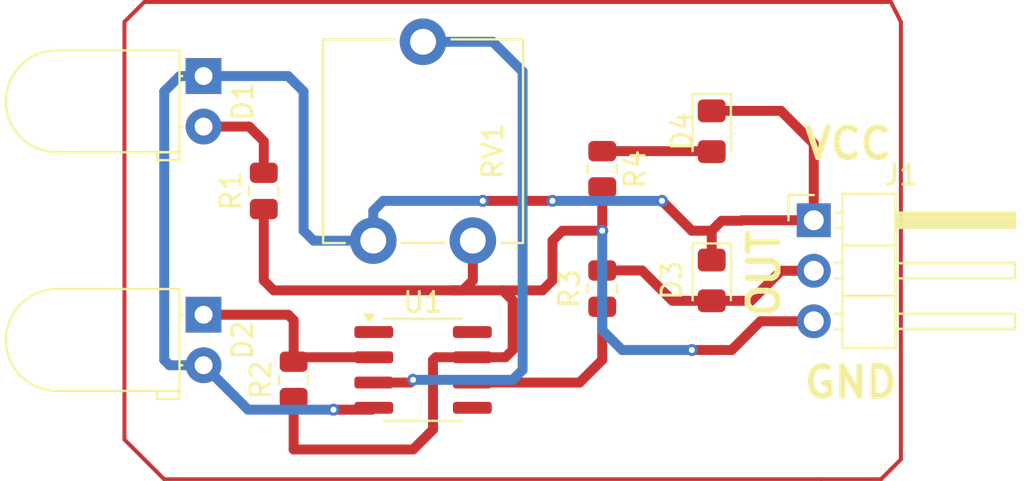
<source format=kicad_pcb>
(kicad_pcb (version 20240108) (generator "pcbnew") (generator_version "8.0")
  (layers (0 "F.Cu" signal) (31 "B.Cu" signal) (34 "B.Paste" user) (35 "F.Paste" user) (36 "B.SilkS" user "B.Silkscreen") (37 "F.SilkS" user "F.Silkscreen") (38 "B.Mask" user) (39 "F.Mask" user) (44 "Edge.Cuts" user))
  (net 0 "")
  (net 1 "Net-(D1-K)")
  (net 2 "Net-(D1-A)")
  (net 3 "Net-(D2-K)")
  (net 4 "Net-(D3-A)")
  (net 5 "Net-(D4-A)")
  (net 6 "Net-(J1-Pin_3)")
  (net 7 "Net-(R3-Pad1)")
  (net 8 "Net-(U1-+)")
  (footprint "Potentiometer_THT:Potentiometer_ACP_CA9-V10_Vertical_Hole" (layer "F.Cu") (at 69.5 30 90)
    (property "Reference" "RV1" (at 4.5 1 90) (layer "F.SilkS"))
    (property "Value" "10k_Pot")
    (fp_line (start 10.12 -7.521) (end 10.12 -3.925) (stroke (width 0.12)) (layer "F.SilkS"))
    (fp_line (start -0.12 -7.521) (end 10.12 -7.521) (stroke (width 0.12)) (layer "F.SilkS"))
    (fp_line (start -0.12 -7.521) (end -0.12 -6.426) (stroke (width 0.12)) (layer "F.SilkS"))
    (fp_line (start -0.12 -3.574) (end -0.12 -1.425) (stroke (width 0.12)) (layer "F.SilkS"))
    (fp_line (start 10.12 -1.075) (end 10.12 2.52) (stroke (width 0.12)) (layer "F.SilkS"))
    (fp_line (start -0.12 1.425) (end -0.12 2.52) (stroke (width 0.12)) (layer "F.SilkS"))
    (fp_line (start -0.12 2.52) (end 10.12 2.52) (stroke (width 0.12)) (layer "F.SilkS"))
    (pad "" np_thru_hole circle (at 5 -2.5 90) (size 4 4) (drill 4) (layers "*.Cu" "*.Mask"))
    (pad "1" thru_hole circle (at 0 0 90) (size 2.34 2.34) (drill 1.3) (layers "*.Cu" "*.Mask") (net 6 "Net-(J1-Pin_3)"))
    (pad "2" thru_hole circle (at 10 -2.5 90) (size 2.34 2.34) (drill 1.3) (layers "*.Cu" "*.Mask") (net 8 "Net-(U1-+)"))
    (pad "3" thru_hole circle (at 0 -5 90) (size 2.34 2.34) (drill 1.3) (layers "*.Cu" "*.Mask") (net 1 "Net-(D1-K)"))
  )
  (footprint "LED_THT:LED_D5.0mm_Horizontal_O1.27mm_Z3.0mm" (layer "F.Cu") (at 55.975 21.725 -90)
    (property "Reference" "D1" (at 1.27 -1.96 90) (layer "F.SilkS"))
    (property "Value" "IR_LED")
    (fp_line (start 3.83 2.33) (end 3.83 1.21) (stroke (width 0.12)) (layer "F.SilkS"))
    (fp_line (start 4.23 2.33) (end 3.83 2.33) (stroke (width 0.12)) (layer "F.SilkS"))
    (fp_line (start -1.29 1.21) (end -1.29 7.37) (stroke (width 0.12)) (layer "F.SilkS"))
    (fp_line (start -1.29 1.21) (end 3.83 1.21) (stroke (width 0.12)) (layer "F.SilkS"))
    (fp_line (start 0 1.21) (end 0 1.21) (stroke (width 0.12)) (layer "F.SilkS"))
    (fp_line (start 0 1.21) (end 0 1.08) (stroke (width 0.12)) (layer "F.SilkS"))
    (fp_line (start 2.54 1.21) (end 2.54 1.21) (stroke (width 0.12)) (layer "F.SilkS"))
    (fp_line (start 2.54 1.21) (end 2.54 1.08) (stroke (width 0.12)) (layer "F.SilkS"))
    (fp_line (start 3.83 1.21) (end 3.83 7.37) (stroke (width 0.12)) (layer "F.SilkS"))
    (fp_line (start 3.83 1.21) (end 4.23 1.21) (stroke (width 0.12)) (layer "F.SilkS"))
    (fp_line (start 4.23 1.21) (end 4.23 2.33) (stroke (width 0.12)) (layer "F.SilkS"))
    (fp_line (start 0 1.08) (end 0 1.21) (stroke (width 0.12)) (layer "F.SilkS"))
    (fp_line (start 0 1.08) (end 0 1.08) (stroke (width 0.12)) (layer "F.SilkS"))
    (fp_line (start 2.54 1.08) (end 2.54 1.21) (stroke (width 0.12)) (layer "F.SilkS"))
    (fp_line (start 2.54 1.08) (end 2.54 1.08) (stroke (width 0.12)) (layer "F.SilkS"))
    (fp_arc (start 3.83 7.37) (mid 1.27 9.93) (end -1.29 7.37) (stroke (width 0.12)) (layer "F.SilkS"))
    (pad "1" thru_hole rect (at 0 0 270) (size 1.8 1.8) (drill 0.9) (layers "*.Cu" "*.Mask") (net 1 "Net-(D1-K)"))
    (pad "2" thru_hole circle (at 2.54 0 270) (size 1.8 1.8) (drill 0.9) (layers "*.Cu" "*.Mask") (net 2 "Net-(D1-A)"))
  )
  (footprint "Resistor_SMD:R_0805_2012Metric" (layer "F.Cu") (at 59 27.5 90)
    (property "Reference" "R1" (at 0 -1.65 270) (layer "F.SilkS"))
    (property "Value" "330")
    (fp_line (start -0.227064 -0.735) (end 0.227064 -0.735) (stroke (width 0.12)) (layer "F.SilkS"))
    (fp_line (start -0.227064 0.735) (end 0.227064 0.735) (stroke (width 0.12)) (layer "F.SilkS"))
    (pad "1" smd roundrect (at -0.9125 0 90) (size 1.025 1.4) (layers "F.Cu" "F.Paste" "F.Mask") (roundrect_rratio 0.243902) (net 6 "Net-(J1-Pin_3)"))
    (pad "2" smd roundrect (at 0.9125 0 90) (size 1.025 1.4) (layers "F.Cu" "F.Paste" "F.Mask") (roundrect_rratio 0.243902) (net 2 "Net-(D1-A)"))
  )
  (footprint "Connector_PinHeader_2.54mm:PinHeader_1x03_P2.54mm_Horizontal" (layer "F.Cu") (at 86.625 28.975)
    (property "Reference" "J1" (at 4.385 -2.27 0) (layer "F.SilkS"))
    (property "Value" "Conn_01x03_Male")
    (fp_line (start -1.27 -1.27) (end 0 -1.27) (stroke (width 0.12)) (layer "F.SilkS"))
    (fp_line (start -1.27 0) (end -1.27 -1.27) (stroke (width 0.12)) (layer "F.SilkS"))
    (fp_line (start 1.042929 2.16) (end 1.44 2.16) (stroke (width 0.12)) (layer "F.SilkS"))
    (fp_line (start 1.042929 2.92) (end 1.44 2.92) (stroke (width 0.12)) (layer "F.SilkS"))
    (fp_line (start 1.042929 4.7) (end 1.44 4.7) (stroke (width 0.12)) (layer "F.SilkS"))
    (fp_line (start 1.042929 5.46) (end 1.44 5.46) (stroke (width 0.12)) (layer "F.SilkS"))
    (fp_line (start 1.11 -0.38) (end 1.44 -0.38) (stroke (width 0.12)) (layer "F.SilkS"))
    (fp_line (start 1.11 0.38) (end 1.44 0.38) (stroke (width 0.12)) (layer "F.SilkS"))
    (fp_line (start 1.44 -1.33) (end 1.44 6.41) (stroke (width 0.12)) (layer "F.SilkS"))
    (fp_line (start 1.44 1.27) (end 4.1 1.27) (stroke (width 0.12)) (layer "F.SilkS"))
    (fp_line (start 1.44 3.81) (end 4.1 3.81) (stroke (width 0.12)) (layer "F.SilkS"))
    (fp_line (start 1.44 6.41) (end 4.1 6.41) (stroke (width 0.12)) (layer "F.SilkS"))
    (fp_line (start 4.1 -1.33) (end 1.44 -1.33) (stroke (width 0.12)) (layer "F.SilkS"))
    (fp_line (start 4.1 -0.38) (end 10.1 -0.38) (stroke (width 0.12)) (layer "F.SilkS"))
    (fp_line (start 4.1 -0.32) (end 10.1 -0.32) (stroke (width 0.12)) (layer "F.SilkS"))
    (fp_line (start 4.1 -0.2) (end 10.1 -0.2) (stroke (width 0.12)) (layer "F.SilkS"))
    (fp_line (start 4.1 -0.08) (end 10.1 -0.08) (stroke (width 0.12)) (layer "F.SilkS"))
    (fp_line (start 4.1 0.04) (end 10.1 0.04) (stroke (width 0.12)) (layer "F.SilkS"))
    (fp_line (start 4.1 0.16) (end 10.1 0.16) (stroke (width 0.12)) (layer "F.SilkS"))
    (fp_line (start 4.1 0.28) (end 10.1 0.28) (stroke (width 0.12)) (layer "F.SilkS"))
    (fp_line (start 4.1 2.16) (end 10.1 2.16) (stroke (width 0.12)) (layer "F.SilkS"))
    (fp_line (start 4.1 4.7) (end 10.1 4.7) (stroke (width 0.12)) (layer "F.SilkS"))
    (fp_line (start 4.1 6.41) (end 4.1 -1.33) (stroke (width 0.12)) (layer "F.SilkS"))
    (fp_line (start 10.1 -0.38) (end 10.1 0.38) (stroke (width 0.12)) (layer "F.SilkS"))
    (fp_line (start 10.1 0.38) (end 4.1 0.38) (stroke (width 0.12)) (layer "F.SilkS"))
    (fp_line (start 10.1 2.16) (end 10.1 2.92) (stroke (width 0.12)) (layer "F.SilkS"))
    (fp_line (start 10.1 2.92) (end 4.1 2.92) (stroke (width 0.12)) (layer "F.SilkS"))
    (fp_line (start 10.1 4.7) (end 10.1 5.46) (stroke (width 0.12)) (layer "F.SilkS"))
    (fp_line (start 10.1 5.46) (end 4.1 5.46) (stroke (width 0.12)) (layer "F.SilkS"))
    (pad "1" thru_hole rect (at 0 0) (size 1.7 1.7) (drill 1) (layers "*.Cu" "*.Mask") (net 1 "Net-(D1-K)"))
    (pad "2" thru_hole oval (at 0 2.54) (size 1.7 1.7) (drill 1) (layers "*.Cu" "*.Mask") (net 4 "Net-(D3-A)"))
    (pad "3" thru_hole oval (at 0 5.08) (size 1.7 1.7) (drill 1) (layers "*.Cu" "*.Mask") (net 6 "Net-(J1-Pin_3)"))
  )
  (footprint "LED_SMD:LED_0805_2012Metric_Pad1.15x1.40mm_HandSolder" (layer "F.Cu") (at 81.5 32 -90)
    (property "Reference" "D3" (at 0 2 90) (layer "F.SilkS"))
    (property "Value" "OUT_LED")
    (fp_line (start -1.86 0.96) (end 1 0.96) (stroke (width 0.12)) (layer "F.SilkS"))
    (fp_line (start -1.86 -0.96) (end -1.86 0.96) (stroke (width 0.12)) (layer "F.SilkS"))
    (fp_line (start 1 -0.96) (end -1.86 -0.96) (stroke (width 0.12)) (layer "F.SilkS"))
    (pad "1" smd roundrect (at -1.025 0 270) (size 1.15 1.4) (layers "F.Cu" "F.Paste" "F.Mask") (roundrect_rratio 0.217391) (net 1 "Net-(D1-K)"))
    (pad "2" smd roundrect (at 1.025 0 270) (size 1.15 1.4) (layers "F.Cu" "F.Paste" "F.Mask") (roundrect_rratio 0.217391) (net 4 "Net-(D3-A)"))
  )
  (footprint "Resistor_SMD:R_0805_2012Metric" (layer "F.Cu") (at 60.5 37 90)
    (property "Reference" "R2" (at 0 -1.65 270) (layer "F.SilkS"))
    (property "Value" "330")
    (fp_line (start -0.227064 -0.735) (end 0.227064 -0.735) (stroke (width 0.12)) (layer "F.SilkS"))
    (fp_line (start -0.227064 0.735) (end 0.227064 0.735) (stroke (width 0.12)) (layer "F.SilkS"))
    (pad "1" smd roundrect (at -0.9125 0 90) (size 1.025 1.4) (layers "F.Cu" "F.Paste" "F.Mask") (roundrect_rratio 0.243902) (net 6 "Net-(J1-Pin_3)"))
    (pad "2" smd roundrect (at 0.9125 0 90) (size 1.025 1.4) (layers "F.Cu" "F.Paste" "F.Mask") (roundrect_rratio 0.243902) (net 3 "Net-(D2-K)"))
  )
  (footprint "LED_SMD:LED_0805_2012Metric_Pad1.15x1.40mm_HandSolder" (layer "F.Cu") (at 81.5 24.5 -90)
    (property "Reference" "D4" (at 0 1.5 90) (layer "F.SilkS"))
    (property "Value" "PWR_LED")
    (fp_line (start -1.86 0.96) (end 1 0.96) (stroke (width 0.12)) (layer "F.SilkS"))
    (fp_line (start -1.86 -0.96) (end -1.86 0.96) (stroke (width 0.12)) (layer "F.SilkS"))
    (fp_line (start 1 -0.96) (end -1.86 -0.96) (stroke (width 0.12)) (layer "F.SilkS"))
    (pad "1" smd roundrect (at -1.025 0 270) (size 1.15 1.4) (layers "F.Cu" "F.Paste" "F.Mask") (roundrect_rratio 0.217391) (net 1 "Net-(D1-K)"))
    (pad "2" smd roundrect (at 1.025 0 270) (size 1.15 1.4) (layers "F.Cu" "F.Paste" "F.Mask") (roundrect_rratio 0.217391) (net 5 "Net-(D4-A)"))
  )
  (footprint "Resistor_SMD:R_0805_2012Metric" (layer "F.Cu") (at 76 26.4125 -90)
    (property "Reference" "R4" (at 0 -1.65 90) (layer "F.SilkS"))
    (property "Value" "330")
    (fp_line (start -0.227064 0.735) (end 0.227064 0.735) (stroke (width 0.12)) (layer "F.SilkS"))
    (fp_line (start -0.227064 -0.735) (end 0.227064 -0.735) (stroke (width 0.12)) (layer "F.SilkS"))
    (pad "1" smd roundrect (at -0.9125 0 270) (size 1.025 1.4) (layers "F.Cu" "F.Paste" "F.Mask") (roundrect_rratio 0.243902) (net 5 "Net-(D4-A)"))
    (pad "2" smd roundrect (at 0.9125 0 270) (size 1.025 1.4) (layers "F.Cu" "F.Paste" "F.Mask") (roundrect_rratio 0.243902) (net 6 "Net-(J1-Pin_3)"))
  )
  (footprint "LED_THT:LED_D5.0mm_Horizontal_O1.27mm_Z3.0mm" (layer "F.Cu") (at 55.975 33.725 -90)
    (property "Reference" "D2" (at 1.27 -1.96 90) (layer "F.SilkS"))
    (property "Value" "D_Photo")
    (fp_line (start 3.83 2.33) (end 3.83 1.21) (stroke (width 0.12)) (layer "F.SilkS"))
    (fp_line (start 4.23 2.33) (end 3.83 2.33) (stroke (width 0.12)) (layer "F.SilkS"))
    (fp_line (start -1.29 1.21) (end -1.29 7.37) (stroke (width 0.12)) (layer "F.SilkS"))
    (fp_line (start -1.29 1.21) (end 3.83 1.21) (stroke (width 0.12)) (layer "F.SilkS"))
    (fp_line (start 0 1.21) (end 0 1.21) (stroke (width 0.12)) (layer "F.SilkS"))
    (fp_line (start 0 1.21) (end 0 1.08) (stroke (width 0.12)) (layer "F.SilkS"))
    (fp_line (start 2.54 1.21) (end 2.54 1.21) (stroke (width 0.12)) (layer "F.SilkS"))
    (fp_line (start 2.54 1.21) (end 2.54 1.08) (stroke (width 0.12)) (layer "F.SilkS"))
    (fp_line (start 3.83 1.21) (end 3.83 7.37) (stroke (width 0.12)) (layer "F.SilkS"))
    (fp_line (start 3.83 1.21) (end 4.23 1.21) (stroke (width 0.12)) (layer "F.SilkS"))
    (fp_line (start 4.23 1.21) (end 4.23 2.33) (stroke (width 0.12)) (layer "F.SilkS"))
    (fp_line (start 0 1.08) (end 0 1.21) (stroke (width 0.12)) (layer "F.SilkS"))
    (fp_line (start 0 1.08) (end 0 1.08) (stroke (width 0.12)) (layer "F.SilkS"))
    (fp_line (start 2.54 1.08) (end 2.54 1.21) (stroke (width 0.12)) (layer "F.SilkS"))
    (fp_line (start 2.54 1.08) (end 2.54 1.08) (stroke (width 0.12)) (layer "F.SilkS"))
    (fp_arc (start 3.83 7.37) (mid 1.27 9.93) (end -1.29 7.37) (stroke (width 0.12)) (layer "F.SilkS"))
    (pad "1" thru_hole rect (at 0 0 270) (size 1.8 1.8) (drill 0.9) (layers "*.Cu" "*.Mask") (net 3 "Net-(D2-K)"))
    (pad "2" thru_hole circle (at 2.54 0 270) (size 1.8 1.8) (drill 0.9) (layers "*.Cu" "*.Mask") (net 1 "Net-(D1-K)"))
  )
  (footprint "Package_SO:SOIC-8_3.9x4.9mm_P1.27mm" (layer "F.Cu") (at 67 36.5)
    (property "Reference" "U1" (at 0 -3.4 0) (layer "F.SilkS"))
    (property "Value" "LM741")
    (fp_line (start 0 -2.56) (end -1.95 -2.56) (stroke (width 0.12)) (layer "F.SilkS"))
    (fp_line (start 0 -2.56) (end 1.95 -2.56) (stroke (width 0.12)) (layer "F.SilkS"))
    (fp_line (start 0 2.56) (end -1.95 2.56) (stroke (width 0.12)) (layer "F.SilkS"))
    (fp_line (start 0 2.56) (end 1.95 2.56) (stroke (width 0.12)) (layer "F.SilkS"))
    (fp_poly (pts (xy -2.7 -2.465) (xy -2.94 -2.795) (xy -2.46 -2.795) (xy -2.7 -2.465)) (stroke (width 0.12)) (fill solid) (layer "F.SilkS"))
    (pad "1" smd roundrect (at -2.475 -1.905) (size 1.95 0.6) (layers "F.Cu" "F.Paste" "F.Mask"))
    (pad "2" smd roundrect (at -2.475 -0.635) (size 1.95 0.6) (layers "F.Cu" "F.Paste" "F.Mask") (net 3 "Net-(D2-K)"))
    (pad "3" smd roundrect (at -2.475 0.635) (size 1.95 0.6) (layers "F.Cu" "F.Paste" "F.Mask") (net 8 "Net-(U1-+)"))
    (pad "4" smd roundrect (at -2.475 1.905) (size 1.95 0.6) (layers "F.Cu" "F.Paste" "F.Mask") (net 1 "Net-(D1-K)"))
    (pad "5" smd roundrect (at 2.475 1.905) (size 1.95 0.6) (layers "F.Cu" "F.Paste" "F.Mask"))
    (pad "6" smd roundrect (at 2.475 0.635) (size 1.95 0.6) (layers "F.Cu" "F.Paste" "F.Mask") (net 7 "Net-(R3-Pad1)"))
    (pad "7" smd roundrect (at 2.475 -0.635) (size 1.95 0.6) (layers "F.Cu" "F.Paste" "F.Mask") (net 6 "Net-(J1-Pin_3)"))
    (pad "8" smd roundrect (at 2.475 -1.905) (size 1.95 0.6) (layers "F.Cu" "F.Paste" "F.Mask"))
  )
  (footprint "Resistor_SMD:R_0805_2012Metric" (layer "F.Cu") (at 76 32.4125 90)
    (property "Reference" "R3" (at 0 -1.65 270) (layer "F.SilkS"))
    (property "Value" "100")
    (fp_line (start -0.227064 -0.735) (end 0.227064 -0.735) (stroke (width 0.12)) (layer "F.SilkS"))
    (fp_line (start -0.227064 0.735) (end 0.227064 0.735) (stroke (width 0.12)) (layer "F.SilkS"))
    (pad "1" smd roundrect (at -0.9125 0 90) (size 1.025 1.4) (layers "F.Cu" "F.Paste" "F.Mask") (roundrect_rratio 0.243902) (net 7 "Net-(R3-Pad1)"))
    (pad "2" smd roundrect (at 0.9125 0 90) (size 1.025 1.4) (layers "F.Cu" "F.Paste" "F.Mask") (roundrect_rratio 0.243902) (net 4 "Net-(D3-A)"))
  )
  (gr_line (start 87 42) (end 54 42) (stroke (width 0.2)) (layer "F.Cu"))
  (gr_line (start 54 42) (end 52 40) (stroke (width 0.2)) (layer "F.Cu"))
  (gr_line (start 83.5 18) (end 85 18) (stroke (width 0.2)) (layer "F.Cu"))
  (gr_line (start 52 40) (end 52 19) (stroke (width 0.2)) (layer "F.Cu"))
  (gr_line (start 90.5 18) (end 91 19) (stroke (width 0.2)) (layer "F.Cu"))
  (gr_line (start 87 18) (end 89 18) (stroke (width 0.2)) (layer "F.Cu"))
  (gr_line (start 89 18) (end 90.5 18) (stroke (width 0.2)) (layer "F.Cu"))
  (gr_line (start 85 18) (end 87 18) (stroke (width 0.2)) (layer "F.Cu"))
  (gr_line (start 91 41) (end 90 42) (stroke (width 0.2)) (layer "F.Cu"))
  (gr_line (start 90 42) (end 87 42) (stroke (width 0.2)) (layer "F.Cu"))
  (gr_line (start 53 18) (end 83.5 18) (stroke (width 0.2)) (layer "F.Cu"))
  (gr_line (start 52 19) (end 53 18) (stroke (width 0.2)) (layer "F.Cu"))
  (gr_line (start 91 19) (end 91 41) (stroke (width 0.2)) (layer "F.Cu"))
  (gr_text "GND" (at 86 38 0) (layer "F.SilkS") (effects (font (size 1.5 1.5) (thickness 0.3) (bold yes)) (justify left bottom)))
  (gr_text "OUT" (at 85 34 90) (layer "F.SilkS") (effects (font (size 1.5 1.5) (thickness 0.3) (bold yes)) (justify left bottom)))
  (gr_text "VCC" (at 86 26 0) (layer "F.SilkS") (effects (font (size 1.5 1.5) (thickness 0.3) (bold yes)) (justify left bottom)))
  (segment (start 86.625 25.125) (end 86.625 28.975) (width 0.5) (layer "F.Cu") (net 1))
  (segment (start 62.5 38.5) (end 64.43 38.5) (width 0.5) (layer "F.Cu") (net 1))
  (segment (start 81.5 29.5) (end 82 29) (width 0.5) (layer "F.Cu") (net 1))
  (segment (start 80.5 29.5) (end 81.5 29.5) (width 0.5) (layer "F.Cu") (net 1))
  (segment (start 79 28) (end 80.5 29.5) (width 0.5) (layer "F.Cu") (net 1))
  (segment (start 64.43 38.5) (end 64.525 38.405) (width 0.5) (layer "F.Cu") (net 1))
  (segment (start 70 28) (end 73.5 28) (width 0.5) (layer "F.Cu") (net 1))
  (segment (start 82 29) (end 83 29) (width 0.5) (layer "F.Cu") (net 1))
  (segment (start 81.5 30.975) (end 81.5 29.5) (width 0.5) (layer "F.Cu") (net 1))
  (segment (start 83 29) (end 83.025 28.975) (width 0.5) (layer "F.Cu") (net 1))
  (segment (start 84.975 23.475) (end 86.625 25.125) (width 0.5) (layer "F.Cu") (net 1))
  (segment (start 81.5 23.475) (end 84.975 23.475) (width 0.5) (layer "F.Cu") (net 1))
  (segment (start 83.025 28.975) (end 86.625 28.975) (width 0.5) (layer "F.Cu") (net 1))
  (via (at 70 28) (size 0.6) (drill 0.3) (layers "F.Cu" "B.Cu") (net 1))
  (via (at 62.5 38.5) (size 0.6) (drill 0.3) (layers "F.Cu" "B.Cu") (net 1))
  (via (at 73.5 28) (size 0.6) (drill 0.3) (layers "F.Cu" "B.Cu") (net 1))
  (via (at 79 28) (size 0.6) (drill 0.3) (layers "F.Cu" "B.Cu") (net 1))
  (via (at 70 28) (size 0.6) (drill 0.3) (layers "F.Cu" "B.Cu") (net 1))
  (segment (start 73.5 28) (end 79 28) (width 0.5) (layer "B.Cu") (net 1))
  (segment (start 65 28) (end 70 28) (width 0.5) (layer "B.Cu") (net 1))
  (segment (start 54.265 36.265) (end 54 36) (width 0.5) (layer "B.Cu") (net 1))
  (segment (start 64.5 28.5) (end 65 28) (width 0.5) (layer "B.Cu") (net 1))
  (segment (start 61 22.5) (end 61 29.5) (width 0.5) (layer "B.Cu") (net 1))
  (segment (start 55.975 21.725) (end 60.225 21.725) (width 0.5) (layer "B.Cu") (net 1))
  (segment (start 61 29.5) (end 61.5 30) (width 0.5) (layer "B.Cu") (net 1))
  (segment (start 55.975 36.265) (end 54.265 36.265) (width 0.5) (layer "B.Cu") (net 1))
  (segment (start 61.5 30) (end 64.5 30) (width 0.5) (layer "B.Cu") (net 1))
  (segment (start 58.21 38.5) (end 55.975 36.265) (width 0.5) (layer "B.Cu") (net 1))
  (segment (start 54 22.5) (end 54.775 21.725) (width 0.5) (layer "B.Cu") (net 1))
  (segment (start 60.225 21.725) (end 61 22.5) (width 0.5) (layer "B.Cu") (net 1))
  (segment (start 62.5 38.5) (end 58.21 38.5) (width 0.5) (layer "B.Cu") (net 1))
  (segment (start 54.775 21.725) (end 55.975 21.725) (width 0.5) (layer "B.Cu") (net 1))
  (segment (start 54 36) (end 54 22.5) (width 0.5) (layer "B.Cu") (net 1))
  (segment (start 64.5 30) (end 64.5 28.5) (width 0.5) (layer "B.Cu") (net 1))
  (segment (start 59 25) (end 59 26.5875) (width 0.5) (layer "F.Cu") (net 2))
  (segment (start 55.975 24.265) (end 58.265 24.265) (width 0.5) (layer "F.Cu") (net 2))
  (segment (start 58.265 24.265) (end 59 25) (width 0.5) (layer "F.Cu") (net 2))
  (segment (start 55.975 33.725) (end 60.225 33.725) (width 0.5) (layer "F.Cu") (net 3))
  (segment (start 60.225 33.725) (end 60.5 34) (width 0.5) (layer "F.Cu") (net 3))
  (segment (start 60.5 34) (end 60.5 36.0875) (width 0.5) (layer "F.Cu") (net 3))
  (segment (start 64.525 35.865) (end 60.7225 35.865) (width 0.5) (layer "F.Cu") (net 3))
  (segment (start 60.7225 35.865) (end 60.5 36.0875) (width 0.5) (layer "F.Cu") (net 3))
  (segment (start 81.5 33.025) (end 83.475 33.025) (width 0.5) (layer "F.Cu") (net 4))
  (segment (start 83.475 33.025) (end 84.985 31.515) (width 0.5) (layer "F.Cu") (net 4))
  (segment (start 78 31.5) (end 79.525 33.025) (width 0.5) (layer "F.Cu") (net 4))
  (segment (start 84.985 31.515) (end 86.625 31.515) (width 0.5) (layer "F.Cu") (net 4))
  (segment (start 79.525 33.025) (end 81.5 33.025) (width 0.5) (layer "F.Cu") (net 4))
  (segment (start 76 31.5) (end 78 31.5) (width 0.5) (layer "F.Cu") (net 4))
  (segment (start 81.475 25.5) (end 81.5 25.525) (width 0.5) (layer "F.Cu") (net 5))
  (segment (start 76 25.5) (end 81.475 25.5) (width 0.5) (layer "F.Cu") (net 5))
  (segment (start 68.5 32.5) (end 69 32.5) (width 0.5) (layer "F.Cu") (net 6))
  (segment (start 67.5 36) (end 67.635 35.865) (width 0.5) (layer "F.Cu") (net 6))
  (segment (start 71 32.5) (end 68.5 32.5) (width 0.5) (layer "F.Cu") (net 6))
  (segment (start 86.625 34.055) (end 83.945 34.055) (width 0.5) (layer "F.Cu") (net 6))
  (segment (start 73.5 30) (end 73.5 32) (width 0.5) (layer "F.Cu") (net 6))
  (segment (start 83.945 34.055) (end 82.5 35.5) (width 0.5) (layer "F.Cu") (net 6))
  (segment (start 74 29.5) (end 73.5 30) (width 0.5) (layer "F.Cu") (net 6))
  (segment (start 60.5 37.9125) (end 60.5 40.5) (width 0.5) (layer "F.Cu") (net 6))
  (segment (start 73 32.5) (end 71 32.5) (width 0.5) (layer "F.Cu") (net 6))
  (segment (start 69.5 32) (end 69.5 30) (width 0.5) (layer "F.Cu") (net 6))
  (segment (start 76 29.5) (end 76 27.325) (width 0.5) (layer "F.Cu") (net 6))
  (segment (start 67.635 35.865) (end 69.475 35.865) (width 0.5) (layer "F.Cu") (net 6))
  (segment (start 73.5 32) (end 73 32.5) (width 0.5) (layer "F.Cu") (net 6))
  (segment (start 60.5 40.5) (end 66.5 40.5) (width 0.5) (layer "F.Cu") (net 6))
  (segment (start 81.5 35.5) (end 80.5 35.5) (width 0.5) (layer "F.Cu") (net 6))
  (segment (start 71.5 33) (end 71 32.5) (width 0.5) (layer "F.Cu") (net 6))
  (segment (start 59 28.4125) (end 59 32) (width 0.5) (layer "F.Cu") (net 6))
  (segment (start 71.5 35.5) (end 71.5 33) (width 0.5) (layer "F.Cu") (net 6))
  (segment (start 76 29.5) (end 74 29.5) (width 0.5) (layer "F.Cu") (net 6))
  (segment (start 69 32.5) (end 69.5 32) (width 0.5) (layer "F.Cu") (net 6))
  (segment (start 67.5 39.5) (end 67.5 36) (width 0.5) (layer "F.Cu") (net 6))
  (segment (start 82.5 35.5) (end 81.5 35.5) (width 0.5) (layer "F.Cu") (net 6))
  (segment (start 59.5 32.5) (end 68.5 32.5) (width 0.5) (layer "F.Cu") (net 6))
  (segment (start 66.5 40.5) (end 67.5 39.5) (width 0.5) (layer "F.Cu") (net 6))
  (segment (start 59 32) (end 59.5 32.5) (width 0.5) (layer "F.Cu") (net 6))
  (segment (start 71.135 35.865) (end 71.5 35.5) (width 0.5) (layer "F.Cu") (net 6))
  (segment (start 69.475 35.865) (end 71.135 35.865) (width 0.5) (layer "F.Cu") (net 6))
  (via (at 80.5 35.5) (size 0.6) (drill 0.3) (layers "F.Cu" "B.Cu") (net 6))
  (via (at 76 29.5) (size 0.6) (drill 0.3) (layers "F.Cu" "B.Cu") (net 6))
  (segment (start 77 35.5) (end 76 34.5) (width 0.5) (layer "B.Cu") (net 6))
  (segment (start 76 34.5) (end 76 29.5) (width 0.5) (layer "B.Cu") (net 6))
  (segment (start 80.5 35.5) (end 77 35.5) (width 0.5) (layer "B.Cu") (net 6))
  (segment (start 69.475 37.135) (end 74.865 37.135) (width 0.5) (layer "F.Cu") (net 7))
  (segment (start 76 36) (end 76 33.325) (width 0.5) (layer "F.Cu") (net 7))
  (segment (start 74.865 37.135) (end 76 36) (width 0.5) (layer "F.Cu") (net 7))
  (segment (start 66.365 37.135) (end 66.5 37) (width 0.5) (layer "F.Cu") (net 8))
  (segment (start 64.525 37.135) (end 66.365 37.135) (width 0.5) (layer "F.Cu") (net 8))
  (via (at 66.5 37) (size 0.6) (drill 0.3) (layers "F.Cu" "B.Cu") (net 8))
  (segment (start 71.5 37) (end 66.5 37) (width 0.5) (layer "B.Cu") (net 8))
  (segment (start 70.5 20) (end 72 21.5) (width 0.5) (layer "B.Cu") (net 8))
  (segment (start 72 21.5) (end 72 36.5) (width 0.5) (layer "B.Cu") (net 8))
  (segment (start 67 20) (end 70.5 20) (width 0.5) (layer "B.Cu") (net 8))
  (segment (start 72 36.5) (end 71.5 37) (width 0.5) (layer "B.Cu") (net 8))
)
</source>
